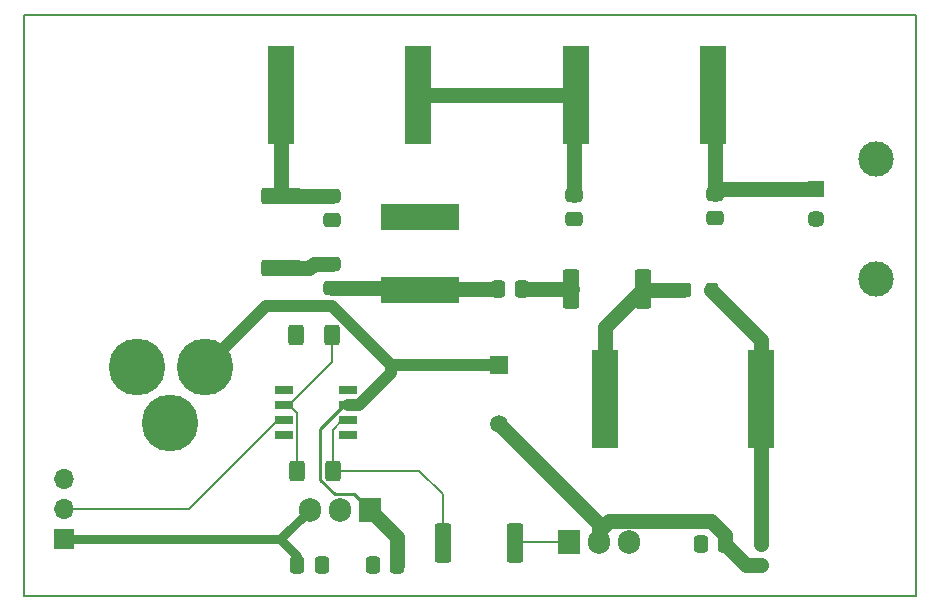
<source format=gbr>
%TF.GenerationSoftware,KiCad,Pcbnew,8.0.3-8.0.3-0~ubuntu23.10.1*%
%TF.CreationDate,2024-11-21T20:35:22-05:00*%
%TF.ProjectId,28mhz_class_e_amplifier_for_pi,32386d68-7a5f-4636-9c61-73735f655f61,alpha*%
%TF.SameCoordinates,Original*%
%TF.FileFunction,Copper,L1,Top*%
%TF.FilePolarity,Positive*%
%FSLAX46Y46*%
G04 Gerber Fmt 4.6, Leading zero omitted, Abs format (unit mm)*
G04 Created by KiCad (PCBNEW 8.0.3-8.0.3-0~ubuntu23.10.1) date 2024-11-21 20:35:22*
%MOMM*%
%LPD*%
G01*
G04 APERTURE LIST*
G04 Aperture macros list*
%AMRoundRect*
0 Rectangle with rounded corners*
0 $1 Rounding radius*
0 $2 $3 $4 $5 $6 $7 $8 $9 X,Y pos of 4 corners*
0 Add a 4 corners polygon primitive as box body*
4,1,4,$2,$3,$4,$5,$6,$7,$8,$9,$2,$3,0*
0 Add four circle primitives for the rounded corners*
1,1,$1+$1,$2,$3*
1,1,$1+$1,$4,$5*
1,1,$1+$1,$6,$7*
1,1,$1+$1,$8,$9*
0 Add four rect primitives between the rounded corners*
20,1,$1+$1,$2,$3,$4,$5,0*
20,1,$1+$1,$4,$5,$6,$7,0*
20,1,$1+$1,$6,$7,$8,$9,0*
20,1,$1+$1,$8,$9,$2,$3,0*%
G04 Aperture macros list end*
%TA.AperFunction,NonConductor*%
%ADD10C,0.200000*%
%TD*%
%TA.AperFunction,SMDPad,CuDef*%
%ADD11RoundRect,0.237500X-0.237500X0.300000X-0.237500X-0.300000X0.237500X-0.300000X0.237500X0.300000X0*%
%TD*%
%TA.AperFunction,SMDPad,CuDef*%
%ADD12RoundRect,0.250000X-0.275000X-0.350000X0.275000X-0.350000X0.275000X0.350000X-0.275000X0.350000X0*%
%TD*%
%TA.AperFunction,SMDPad,CuDef*%
%ADD13RoundRect,0.249999X-0.450001X-1.425001X0.450001X-1.425001X0.450001X1.425001X-0.450001X1.425001X0*%
%TD*%
%TA.AperFunction,SMDPad,CuDef*%
%ADD14RoundRect,0.249999X0.450001X1.425001X-0.450001X1.425001X-0.450001X-1.425001X0.450001X-1.425001X0*%
%TD*%
%TA.AperFunction,SMDPad,CuDef*%
%ADD15RoundRect,0.249999X1.425001X-0.450001X1.425001X0.450001X-1.425001X0.450001X-1.425001X-0.450001X0*%
%TD*%
%TA.AperFunction,SMDPad,CuDef*%
%ADD16RoundRect,0.250000X-0.337500X-0.475000X0.337500X-0.475000X0.337500X0.475000X-0.337500X0.475000X0*%
%TD*%
%TA.AperFunction,SMDPad,CuDef*%
%ADD17RoundRect,0.250000X0.337500X0.475000X-0.337500X0.475000X-0.337500X-0.475000X0.337500X-0.475000X0*%
%TD*%
%TA.AperFunction,SMDPad,CuDef*%
%ADD18RoundRect,0.250000X-0.475000X0.337500X-0.475000X-0.337500X0.475000X-0.337500X0.475000X0.337500X0*%
%TD*%
%TA.AperFunction,SMDPad,CuDef*%
%ADD19R,2.290000X8.260000*%
%TD*%
%TA.AperFunction,ComponentPad*%
%ADD20C,4.800000*%
%TD*%
%TA.AperFunction,ComponentPad*%
%ADD21C,3.000000*%
%TD*%
%TA.AperFunction,ComponentPad*%
%ADD22C,1.446000*%
%TD*%
%TA.AperFunction,ComponentPad*%
%ADD23R,1.446000X1.446000*%
%TD*%
%TA.AperFunction,SMDPad,CuDef*%
%ADD24R,1.526000X0.650000*%
%TD*%
%TA.AperFunction,ComponentPad*%
%ADD25O,1.905000X2.000000*%
%TD*%
%TA.AperFunction,ComponentPad*%
%ADD26R,1.905000X2.000000*%
%TD*%
%TA.AperFunction,ComponentPad*%
%ADD27C,1.500000*%
%TD*%
%TA.AperFunction,ComponentPad*%
%ADD28R,1.500000X1.500000*%
%TD*%
%TA.AperFunction,SMDPad,CuDef*%
%ADD29RoundRect,0.250000X0.400000X0.625000X-0.400000X0.625000X-0.400000X-0.625000X0.400000X-0.625000X0*%
%TD*%
%TA.AperFunction,ComponentPad*%
%ADD30O,1.700000X1.700000*%
%TD*%
%TA.AperFunction,ComponentPad*%
%ADD31R,1.700000X1.700000*%
%TD*%
%TA.AperFunction,SMDPad,CuDef*%
%ADD32R,6.730000X2.160000*%
%TD*%
%TA.AperFunction,ViaPad*%
%ADD33C,0.600000*%
%TD*%
%TA.AperFunction,Conductor*%
%ADD34C,0.200000*%
%TD*%
%TA.AperFunction,Conductor*%
%ADD35C,1.250000*%
%TD*%
%TA.AperFunction,Conductor*%
%ADD36C,0.250000*%
%TD*%
%TA.AperFunction,Conductor*%
%ADD37C,0.750000*%
%TD*%
%TA.AperFunction,Conductor*%
%ADD38C,1.000000*%
%TD*%
G04 APERTURE END LIST*
D10*
X104925000Y-55800000D02*
X180525000Y-55800000D01*
X180525000Y-104975000D01*
X104925000Y-104975000D01*
X104925000Y-55800000D01*
D11*
%TO.P,C2,2*%
%TO.N,Net-(M1-S)*%
X167400000Y-102312500D03*
%TO.P,C2,1*%
%TO.N,Net-(C2-Pad1)*%
X167400000Y-100587500D03*
%TD*%
D12*
%TO.P,L2_a1,2*%
%TO.N,Net-(C2-Pad1)*%
X163200000Y-79050000D03*
%TO.P,L2_a1,1*%
%TO.N,Net-(L2_a1-Pad1)*%
X160900000Y-79050000D03*
%TD*%
D13*
%TO.P,R0,2*%
%TO.N,Net-(M1-G)*%
X146500000Y-100450000D03*
%TO.P,R0,1*%
%TO.N,Net-(U1-OUT)*%
X140400000Y-100450000D03*
%TD*%
D14*
%TO.P,R1,2*%
%TO.N,Net-(CS1-Pad2)*%
X151250000Y-79000000D03*
%TO.P,R1,1*%
%TO.N,Net-(L2_a1-Pad1)*%
X157350000Y-79000000D03*
%TD*%
D15*
%TO.P,R2,2*%
%TO.N,Net-(CF1-Pad1)*%
X126700000Y-71100000D03*
%TO.P,R2,1*%
%TO.N,Net-(CL1-Pad1)*%
X126700000Y-77200000D03*
%TD*%
D16*
%TO.P,CS1,2*%
%TO.N,Net-(CS1-Pad2)*%
X147137500Y-79000000D03*
%TO.P,CS1,1*%
%TO.N,Net-(CL1-Pad2)*%
X145062500Y-79000000D03*
%TD*%
D17*
%TO.P,C4,2*%
%TO.N,0*%
X134487500Y-102350000D03*
%TO.P,C4,1*%
%TO.N,Net-(J2-POWER)*%
X136562500Y-102350000D03*
%TD*%
%TO.P,C1,2*%
%TO.N,0*%
X162262500Y-100550000D03*
%TO.P,C1,1*%
%TO.N,Net-(M1-S)*%
X164337500Y-100550000D03*
%TD*%
D18*
%TO.P,CL1,2*%
%TO.N,Net-(CL1-Pad2)*%
X131075000Y-78887500D03*
%TO.P,CL1,1*%
%TO.N,Net-(CL1-Pad1)*%
X131075000Y-76812500D03*
%TD*%
%TO.P,CF1,2*%
%TO.N,0*%
X131050000Y-73137500D03*
%TO.P,CF1,1*%
%TO.N,Net-(CF1-Pad1)*%
X131050000Y-71062500D03*
%TD*%
D16*
%TO.P,C3,2*%
%TO.N,0*%
X130162500Y-102350000D03*
%TO.P,C3,1*%
%TO.N,Net-(J3-Pin_1)*%
X128087500Y-102350000D03*
%TD*%
D18*
%TO.P,CF2,2*%
%TO.N,0*%
X151500000Y-73037500D03*
%TO.P,CF2,1*%
%TO.N,Net-(CF2-Pad1)*%
X151500000Y-70962500D03*
%TD*%
%TO.P,CF3,2*%
%TO.N,0*%
X163500000Y-72987500D03*
%TO.P,CF3,1*%
%TO.N,Net-(J1-In)*%
X163500000Y-70912500D03*
%TD*%
D19*
%TO.P,LF1,2*%
%TO.N,Net-(CF1-Pad1)*%
X126720000Y-62500000D03*
%TO.P,LF1,1*%
%TO.N,Net-(CF2-Pad1)*%
X138280000Y-62500000D03*
%TD*%
%TO.P,L2_b1,2*%
%TO.N,Net-(C2-Pad1)*%
X167355000Y-88300000D03*
%TO.P,L2_b1,1*%
%TO.N,Net-(L2_a1-Pad1)*%
X154145000Y-88300000D03*
%TD*%
D20*
%TO.P,J2,3,GND_2*%
%TO.N,0*%
X117309500Y-90350000D03*
%TO.P,J2,2,GND_1*%
X114509500Y-85550000D03*
%TO.P,J2,1,POWER*%
%TO.N,Net-(J2-POWER)*%
X120309500Y-85550000D03*
%TD*%
D21*
%TO.P,J1,MH2*%
%TO.N,N/C*%
X177080000Y-78120000D03*
%TO.P,J1,MH1*%
X177080000Y-67960000D03*
D22*
%TO.P,J1,2,Ext*%
%TO.N,0*%
X172000000Y-73040000D03*
D23*
%TO.P,J1,1,In*%
%TO.N,Net-(J1-In)*%
X172000000Y-70500000D03*
%TD*%
D24*
%TO.P,U1,8*%
%TO.N,N/C*%
X132362000Y-87545000D03*
%TO.P,U1,7*%
%TO.N,Net-(J2-POWER)*%
X132362000Y-88815000D03*
%TO.P,U1,6*%
%TO.N,Net-(U1-OUT)*%
X132362000Y-90085000D03*
%TO.P,U1,5,VEE*%
%TO.N,N/C*%
X132362000Y-91355000D03*
%TO.P,U1,4,VCC*%
%TO.N,0*%
X126938000Y-91355000D03*
%TO.P,U1,3,OUT*%
%TO.N,Net-(J3-Pin_2)*%
X126938000Y-90085000D03*
%TO.P,U1,2,IN-*%
%TO.N,Net-(U1-IN-)*%
X126938000Y-88815000D03*
%TO.P,U1,1,IN+*%
%TO.N,N/C*%
X126938000Y-87545000D03*
%TD*%
D25*
%TO.P,U2,3,VO*%
%TO.N,Net-(J3-Pin_1)*%
X129160000Y-97655000D03*
%TO.P,U2,2,GND*%
%TO.N,0*%
X131700000Y-97655000D03*
D26*
%TO.P,U2,1,VI*%
%TO.N,Net-(J2-POWER)*%
X134240000Y-97655000D03*
%TD*%
D27*
%TO.P,L1,2*%
%TO.N,Net-(M1-S)*%
X145200000Y-90425000D03*
D28*
%TO.P,L1,1*%
%TO.N,Net-(J2-POWER)*%
X145200000Y-85425000D03*
%TD*%
D29*
%TO.P,RI1,2*%
%TO.N,0*%
X127950000Y-82850000D03*
%TO.P,RI1,1*%
%TO.N,Net-(U1-IN-)*%
X131050000Y-82850000D03*
%TD*%
D19*
%TO.P,LF2,2*%
%TO.N,Net-(CF2-Pad1)*%
X151720000Y-62500000D03*
%TO.P,LF2,1*%
%TO.N,Net-(J1-In)*%
X163280000Y-62500000D03*
%TD*%
D29*
%TO.P,RF1,2*%
%TO.N,Net-(U1-IN-)*%
X128050000Y-94350000D03*
%TO.P,RF1,1*%
%TO.N,Net-(U1-OUT)*%
X131150000Y-94350000D03*
%TD*%
D25*
%TO.P,M1,3,S*%
%TO.N,0*%
X156180000Y-100425000D03*
D26*
%TO.P,M1,2,G*%
%TO.N,Net-(M1-G)*%
X151100000Y-100425000D03*
D25*
%TO.P,M1,1,D*%
%TO.N,Net-(M1-S)*%
X153640000Y-100425000D03*
%TD*%
D30*
%TO.P,J3,3,Pin_3*%
%TO.N,0*%
X108350000Y-95075000D03*
%TO.P,J3,2,Pin_2*%
%TO.N,Net-(J3-Pin_2)*%
X108350000Y-97615000D03*
D31*
%TO.P,J3,1,Pin_1*%
%TO.N,Net-(J3-Pin_1)*%
X108350000Y-100155000D03*
%TD*%
D32*
%TO.P,LI1,1*%
%TO.N,Net-(CL1-Pad2)*%
X138450000Y-79060000D03*
%TO.P,LI1,2*%
%TO.N,0*%
X138450000Y-72840000D03*
%TD*%
D33*
%TO.N,0*%
X126925000Y-91350000D03*
X163500000Y-72975000D03*
X138450000Y-72875000D03*
X134500000Y-102350000D03*
X162275000Y-100550000D03*
X151500000Y-73050000D03*
X127950000Y-82850000D03*
X131050000Y-73150000D03*
X130175000Y-102350000D03*
%TD*%
D34*
%TO.N,Net-(U1-OUT)*%
X140400000Y-96350000D02*
X140400000Y-100450000D01*
D35*
%TO.N,Net-(C2-Pad1)*%
X167400000Y-88345000D02*
X167400000Y-100587500D01*
%TO.N,Net-(M1-S)*%
X164337500Y-100550000D02*
X164337500Y-99825000D01*
X164337500Y-99825000D02*
X163112500Y-98600000D01*
X163112500Y-98600000D02*
X154450000Y-98600000D01*
X154450000Y-98600000D02*
X153640000Y-99410000D01*
X153640000Y-99410000D02*
X153640000Y-100425000D01*
X166100000Y-102312500D02*
X167400000Y-102312500D01*
X166100000Y-102312500D02*
X164337500Y-100550000D01*
D34*
%TO.N,Net-(U1-OUT)*%
X132362000Y-90085000D02*
X131924000Y-90085000D01*
X131924000Y-90085000D02*
X131150000Y-90859000D01*
X131150000Y-90859000D02*
X131150000Y-94350000D01*
D35*
%TO.N,Net-(CL1-Pad1)*%
X129512500Y-76812500D02*
X129125000Y-77200000D01*
X129125000Y-77200000D02*
X126700000Y-77200000D01*
X129512500Y-76812500D02*
X131075000Y-76812500D01*
%TO.N,Net-(J2-POWER)*%
X136562500Y-99977500D02*
X136562500Y-102350000D01*
X136562500Y-99977500D02*
X134240000Y-97655000D01*
%TO.N,Net-(J1-In)*%
X172000000Y-70500000D02*
X163912500Y-70500000D01*
D34*
X163912500Y-70500000D02*
X163500000Y-70912500D01*
D35*
X163500000Y-70912500D02*
X163500000Y-62720000D01*
D34*
X163500000Y-62720000D02*
X163280000Y-62500000D01*
%TO.N,Net-(CF2-Pad1)*%
X151500000Y-62720000D02*
X151720000Y-62500000D01*
D35*
X138280000Y-62500000D02*
X151720000Y-62500000D01*
D34*
%TO.N,Net-(CF1-Pad1)*%
X126737500Y-71062500D02*
X126720000Y-71045000D01*
D35*
X126720000Y-71045000D02*
X126720000Y-62500000D01*
X131050000Y-71062500D02*
X126737500Y-71062500D01*
D34*
X126737500Y-71062500D02*
X126700000Y-71100000D01*
%TO.N,Net-(CL1-Pad1)*%
X127087500Y-76812500D02*
X126700000Y-77200000D01*
D35*
%TO.N,Net-(CL1-Pad2)*%
X131075000Y-78887500D02*
X138277500Y-78887500D01*
D34*
X138277500Y-78887500D02*
X138450000Y-79060000D01*
D35*
X145001250Y-79000000D02*
X138448750Y-79000000D01*
D34*
X138510000Y-79000000D02*
X138450000Y-79060000D01*
D35*
%TO.N,Net-(CS1-Pad2)*%
X151331250Y-79000000D02*
X147218750Y-79000000D01*
D34*
%TO.N,Net-(L2_a1-Pad1)*%
X157350000Y-79000000D02*
X157750000Y-79000000D01*
X157750000Y-79000000D02*
X157800000Y-79050000D01*
D35*
X157675000Y-79050000D02*
X160775000Y-79050000D01*
D34*
X157400000Y-79050000D02*
X157350000Y-79000000D01*
D35*
%TO.N,Net-(C2-Pad1)*%
X167355000Y-83292500D02*
X167355000Y-88300000D01*
%TO.N,Net-(L2_a1-Pad1)*%
X154145000Y-82205000D02*
X154145000Y-88300000D01*
D34*
%TO.N,Net-(C2-Pad1)*%
X167400000Y-88345000D02*
X167355000Y-88300000D01*
D36*
%TO.N,Net-(J2-POWER)*%
X130050000Y-90795000D02*
X130050000Y-95095100D01*
X130050000Y-95095100D02*
X131284900Y-96330000D01*
X131284900Y-96330000D02*
X132915000Y-96330000D01*
X132915000Y-96330000D02*
X134240000Y-97655000D01*
D34*
X132030000Y-88815000D02*
X132362000Y-88815000D01*
D37*
%TO.N,Net-(J3-Pin_1)*%
X126660000Y-100155000D02*
X108350000Y-100155000D01*
X126660000Y-100155000D02*
X128087500Y-101582500D01*
X128087500Y-101582500D02*
X128087500Y-102350000D01*
D38*
%TO.N,Net-(J2-POWER)*%
X136000430Y-85425000D02*
X136000430Y-86099570D01*
X136000430Y-86099570D02*
X133285000Y-88815000D01*
X133285000Y-88815000D02*
X132362000Y-88815000D01*
X120309500Y-85550000D02*
X125419500Y-80440000D01*
X125419500Y-80440000D02*
X131015430Y-80440000D01*
X136000430Y-85425000D02*
X145200000Y-85425000D01*
D34*
%TO.N,Net-(J3-Pin_2)*%
X126938000Y-90085000D02*
X126500000Y-90085000D01*
X126500000Y-90085000D02*
X118970000Y-97615000D01*
X118970000Y-97615000D02*
X108350000Y-97615000D01*
%TO.N,Net-(U1-IN-)*%
X126938000Y-88815000D02*
X127376000Y-88815000D01*
X127376000Y-88815000D02*
X128050000Y-89489000D01*
X128050000Y-89489000D02*
X128050000Y-94350000D01*
X127376000Y-88815000D02*
X131050000Y-85141000D01*
X131050000Y-85141000D02*
X131050000Y-82850000D01*
%TO.N,0*%
X163525000Y-72925000D02*
X163500000Y-72900000D01*
X117309500Y-88350000D02*
X117309500Y-90350000D01*
X163575000Y-72925000D02*
X163525000Y-72925000D01*
%TO.N,Net-(U1-IN-)*%
X131050000Y-82850000D02*
X130975000Y-82850000D01*
X130975000Y-82850000D02*
X130950000Y-82825000D01*
%TO.N,Net-(C2-Pad1)*%
X167400000Y-96575000D02*
X167450000Y-96575000D01*
X167450000Y-96575000D02*
X167450000Y-95925000D01*
%TO.N,Net-(CF1-Pad1)*%
X126720000Y-71167500D02*
X126700000Y-71187500D01*
X126737500Y-71150000D02*
X126700000Y-71187500D01*
%TO.N,Net-(CF2-Pad1)*%
X151720000Y-70830000D02*
X151500000Y-71050000D01*
%TO.N,Net-(CL1-Pad1)*%
X130862500Y-77112500D02*
X131050000Y-77300000D01*
%TO.N,Net-(J1-In)*%
X163280000Y-70780000D02*
X163500000Y-71000000D01*
X164000000Y-70500000D02*
X163500000Y-71000000D01*
%TO.N,Net-(CL1-Pad2)*%
X138310000Y-79200000D02*
X138450000Y-79060000D01*
%TO.N,Net-(L2_a1-Pad1)*%
X157312500Y-79050000D02*
X157262500Y-79000000D01*
%TO.N,Net-(M1-G)*%
X151100000Y-100425000D02*
X146437500Y-100425000D01*
%TO.N,Net-(J3-Pin_2)*%
X126810000Y-90085000D02*
X126800000Y-90075000D01*
%TO.N,Net-(J2-POWER)*%
X132800000Y-88815000D02*
X132362000Y-88815000D01*
%TO.N,Net-(U1-OUT)*%
X138400000Y-94350000D02*
X140400000Y-96350000D01*
X131150000Y-94350000D02*
X138400000Y-94350000D01*
%TO.N,Net-(J2-POWER)*%
X131944000Y-88815000D02*
X132362000Y-88815000D01*
D37*
%TO.N,Net-(J3-Pin_1)*%
X129160000Y-97655000D02*
X126660000Y-100155000D01*
D36*
%TO.N,Net-(J2-POWER)*%
X130050000Y-90795000D02*
X132030000Y-88815000D01*
D35*
%TO.N,Net-(C2-Pad1)*%
X167355000Y-83292500D02*
X163112500Y-79050000D01*
%TO.N,Net-(L2_a1-Pad1)*%
X154145000Y-82205000D02*
X157350000Y-79000000D01*
%TO.N,Net-(CF2-Pad1)*%
X151500000Y-70962500D02*
X151500000Y-62720000D01*
%TO.N,Net-(M1-S)*%
X153640000Y-98865000D02*
X145200000Y-90425000D01*
X153640000Y-100425000D02*
X153640000Y-98865000D01*
D38*
%TO.N,Net-(J2-POWER)*%
X131015430Y-80440000D02*
X136000430Y-85425000D01*
%TD*%
M02*

</source>
